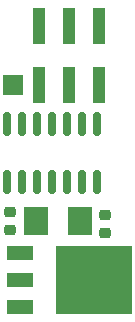
<source format=gbr>
%TF.GenerationSoftware,KiCad,Pcbnew,(6.0.9)*%
%TF.CreationDate,2022-11-21T17:19:20+00:00*%
%TF.ProjectId,DLSB-DRIVERBOARD-V1,444c5342-2d44-4524-9956-4552424f4152,rev?*%
%TF.SameCoordinates,Original*%
%TF.FileFunction,Soldermask,Top*%
%TF.FilePolarity,Negative*%
%FSLAX46Y46*%
G04 Gerber Fmt 4.6, Leading zero omitted, Abs format (unit mm)*
G04 Created by KiCad (PCBNEW (6.0.9)) date 2022-11-21 17:19:20*
%MOMM*%
%LPD*%
G01*
G04 APERTURE LIST*
G04 Aperture macros list*
%AMRoundRect*
0 Rectangle with rounded corners*
0 $1 Rounding radius*
0 $2 $3 $4 $5 $6 $7 $8 $9 X,Y pos of 4 corners*
0 Add a 4 corners polygon primitive as box body*
4,1,4,$2,$3,$4,$5,$6,$7,$8,$9,$2,$3,0*
0 Add four circle primitives for the rounded corners*
1,1,$1+$1,$2,$3*
1,1,$1+$1,$4,$5*
1,1,$1+$1,$6,$7*
1,1,$1+$1,$8,$9*
0 Add four rect primitives between the rounded corners*
20,1,$1+$1,$2,$3,$4,$5,0*
20,1,$1+$1,$4,$5,$6,$7,0*
20,1,$1+$1,$6,$7,$8,$9,0*
20,1,$1+$1,$8,$9,$2,$3,0*%
G04 Aperture macros list end*
%ADD10R,1.700000X1.700000*%
%ADD11RoundRect,0.225000X0.250000X-0.225000X0.250000X0.225000X-0.250000X0.225000X-0.250000X-0.225000X0*%
%ADD12R,1.000000X3.150000*%
%ADD13RoundRect,0.150000X0.150000X-0.825000X0.150000X0.825000X-0.150000X0.825000X-0.150000X-0.825000X0*%
%ADD14R,2.200000X1.200000*%
%ADD15R,6.400000X5.800000*%
%ADD16R,2.000000X2.400000*%
G04 APERTURE END LIST*
D10*
%TO.C,J4*%
X-4750000Y6500000D03*
%TD*%
D11*
%TO.C,C4*%
X3000000Y-6000000D03*
X3000000Y-4450000D03*
%TD*%
%TO.C,C3*%
X-5000000Y-5775000D03*
X-5000000Y-4225000D03*
%TD*%
D12*
%TO.C,J1*%
X2540000Y11525000D03*
X2540000Y6475000D03*
X0Y11525000D03*
X0Y6475000D03*
X-2540000Y11525000D03*
X-2540000Y6475000D03*
%TD*%
D13*
%TO.C,U1*%
X-5310000Y3225000D03*
X-4040000Y3225000D03*
X-2770000Y3225000D03*
X-1500000Y3225000D03*
X-230000Y3225000D03*
X1040000Y3225000D03*
X2310000Y3225000D03*
X2310000Y-1725000D03*
X1040000Y-1725000D03*
X-230000Y-1725000D03*
X-1500000Y-1725000D03*
X-2770000Y-1725000D03*
X-4040000Y-1725000D03*
X-5310000Y-1725000D03*
%TD*%
D14*
%TO.C,Q2*%
X-4200000Y-7720000D03*
D15*
X2100000Y-10000000D03*
D14*
X-4200000Y-10000000D03*
X-4200000Y-12280000D03*
%TD*%
D16*
%TO.C,Y1*%
X-2850000Y-5000000D03*
X850000Y-5000000D03*
%TD*%
M02*

</source>
